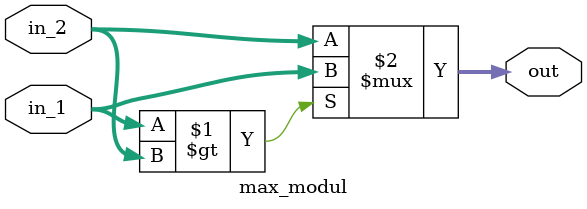
<source format=v>
module max_Q(input_1,input_2,input_3,input_4,input_5,input_6,input_7,input_8,input_9,keluaran);
	input [7:0] input_1;
	input [7:0] input_2;
	input [7:0] input_3;
	input [7:0] input_4;
	input [7:0] input_5;
	input [7:0] input_6;
	input [7:0] input_7;
	input [7:0] input_8;
	input [7:0] input_9;

	wire [7:0] output_a;
	wire [7:0] output_b;
	wire [7:0] output_c;
	wire [7:0] output_d;
	wire [7:0] output_e;
	wire [7:0] output_f;
	wire [7:0] output_g;
	output [7:0] keluaran;

	max_modul inst_8(.in_1(input_9),.in_2(output_g),.out(keluaran));
	max_modul inst_7(.in_1(output_e),.in_2(output_f),.out(output_g));
	max_modul inst_6(.in_1(output_c),.in_2(output_d),.out(output_f));
	max_modul inst_5(.in_1(output_a),.in_2(output_b),.out(output_e));
	max_modul inst_4(.in_1(input_7),.in_2(input_8),.out(output_d));
	max_modul inst_3(.in_1(input_5),.in_2(input_6),.out(output_c));
	max_modul inst_2(.in_1(input_3),.in_2(input_4),.out(output_b));
	max_modul inst_1(.in_1(input_1),.in_2(input_2),.out(output_a));

endmodule	

module max_modul (in_1,in_2,out);
	input [7:0] in_1;
	input [7:0] in_2;
	output [7:0] out;
	assign out = (in_1>in_2) ? in_1 : in_2;
endmodule



</source>
